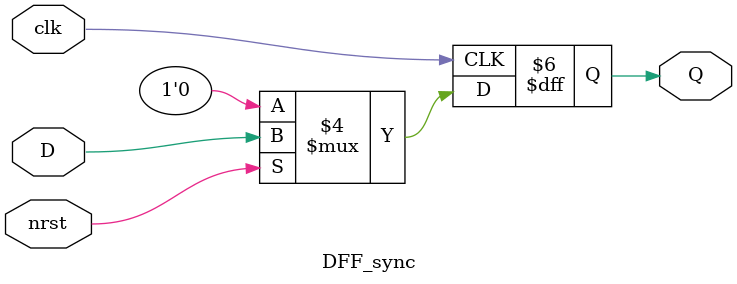
<source format=v>
`timescale 1ns / 1ps
module DFF_sync(clk, nrst, D,Q
    );
input clk,nrst,D;
output reg Q;
always@(posedge clk)
begin
if(!nrst)
begin
Q<=0;
end
else begin
Q<=D;
end

end
endmodule

</source>
